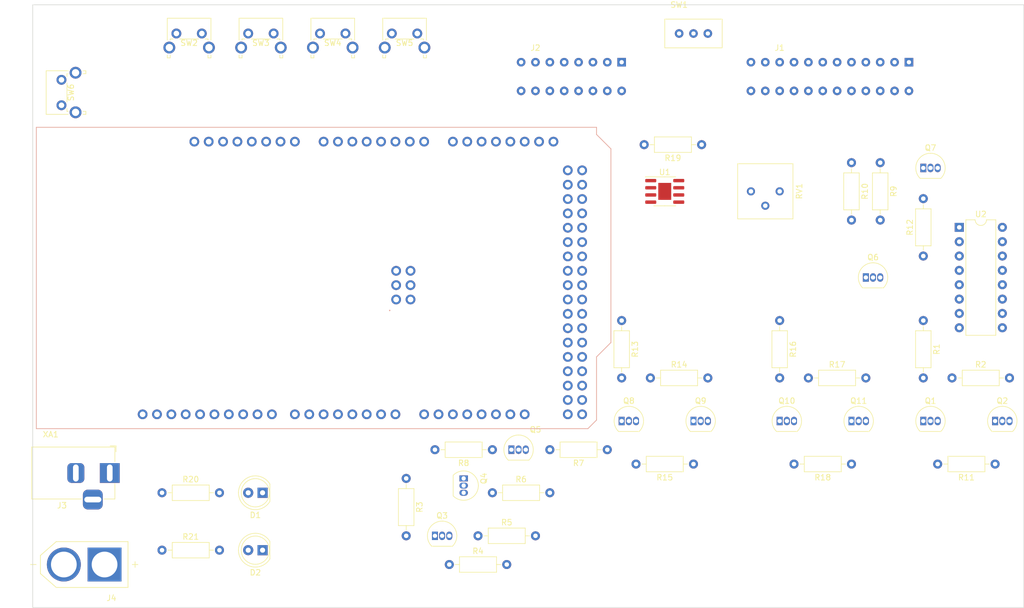
<source format=kicad_pcb>
(kicad_pcb (version 20211014) (generator pcbnew)
  (layers (0 "F.Cu" signal) (31 "B.Cu" signal) (34 "B.Paste" user) (35 "F.Paste" user) (36 "B.SilkS" user "B.Silkscreen") (37 "F.SilkS" user "F.Silkscreen") (38 "B.Mask" user) (39 "F.Mask" user) (44 "Edge.Cuts" user))
  (net 0 "")
  (net 1 "GND")
  (net 2 "/Fuel System/FUEL-GND")
  (net 6 "/MPX Transciever/MPX+")
  (net 9 "/Illumination Circuit/ILL+")
  (net 11 "/LFT-TRN")
  (net 12 "Net-(J1-Pad12)")
  (net 13 "/Illumination Circuit/ILL-GND")
  (net 15 "/Tacho Conversion/12V Out")
  (net 16 "/Speedo Conversion/SPD IN")
  (net 17 "/MPX Transciever/MPX-")
  (net 18 "/Fuel System/FUEL")
  (net 19 "Net-(J1-Pad20)")
  (net 20 "/Illumination Circuit/ILL-S")
  (net 22 "+12V")
  (net 27 "/Satellite Switch/RSEL")
  (net 28 "/Satellite Switch/LSEL")
  (net 29 "/Satellite Switch/SET")
  (net 32 "/RHT-TRN")
  (net 38 "Net-(Q1-Pad2)")
  (net 39 "Net-(Q1-Pad3)")
  (net 40 "Net-(Q3-Pad2)")
  (net 41 "Net-(Q4-Pad2)")
  (net 42 "Net-(Q4-Pad3)")
  (net 43 "Net-(Q5-Pad2)")
  (net 44 "Net-(Q5-Pad3)")
  (net 45 "/MPX-R")
  (net 46 "Net-(Q6-Pad2)")
  (net 47 "+5V")
  (net 48 "Net-(Q7-Pad2)")
  (net 49 "Net-(Q8-Pad2)")
  (net 50 "Net-(Q8-Pad3)")
  (net 51 "Net-(Q10-Pad2)")
  (net 52 "Net-(Q10-Pad3)")
  (net 53 "/Tacho")
  (net 54 "/MPX-S")
  (net 55 "Net-(R12-Pad1)")
  (net 56 "/LFT-T")
  (net 57 "/RHT-T")
  (net 58 "/CS")
  (net 59 "/MOSI")
  (net 60 "/CLK")
  (net 72 "/Speedo")
  (net 83 "Net-(D1-Pad2)")
  (net 151 "Net-(Q2-Pad2)")
  (net 152 "Net-(Q9-Pad2)")
  (net 153 "Net-(Q11-Pad2)")
  (net 156 "Net-(D2-Pad2)")
  (net 157 "Net-(SW6-Pad1)")
  (footprint "Package_TO_SOT_THT:TO-92_Inline" (layer "F.Cu") (at 137.16 134.62)
    (fp_text reference "Q3" (at 1.27 -3.56) (layer "F.SilkS"))
    (fp_text value "PN2222A")
    (pad "1" thru_hole rect (at 0 0) (size 1.05 1.5) (drill 0.75) (layers *.Cu *.Mask) (net 6 "/MPX Transciever/MPX+"))
    (pad "2" thru_hole oval (at 1.27 0) (size 1.05 1.5) (drill 0.75) (layers *.Cu *.Mask) (net 40 "Net-(Q3-Pad2)"))
    (pad "3" thru_hole oval (at 2.54 0) (size 1.05 1.5) (drill 0.75) (layers *.Cu *.Mask) (net 22 "+12V"))
  )
  (footprint "Resistor_THT:R_Axial_DIN0207_L6.3mm_D2.5mm_P10.16mm_Horizontal" (layer "F.Cu") (at 132.08 124.46 -90)
    (fp_text reference "R3" (at 5.08 -2.37 90) (layer "F.SilkS"))
    (fp_text value "10k")
    (pad "1" thru_hole circle (at 0 0 270) (size 1.6 1.6) (drill 0.8) (layers *.Cu *.Mask) (net 1 "GND"))
    (pad "2" thru_hole oval (at 10.16 0 270) (size 1.6 1.6) (drill 0.8) (layers *.Cu *.Mask) (net 6 "/MPX Transciever/MPX+"))
  )
  (footprint "Package_TO_SOT_THT:TO-92_Inline" (layer "F.Cu") (at 182.88 114.3)
    (fp_text reference "Q9" (at 1.27 -3.56) (layer "F.SilkS"))
    (fp_text value "PN2907A")
    (pad "1" thru_hole rect (at 0 0) (size 1.05 1.5) (drill 0.75) (layers *.Cu *.Mask) (net 22 "+12V"))
    (pad "2" thru_hole oval (at 1.27 0) (size 1.05 1.5) (drill 0.75) (layers *.Cu *.Mask) (net 152 "Net-(Q9-Pad2)"))
    (pad "3" thru_hole oval (at 2.54 0) (size 1.05 1.5) (drill 0.75) (layers *.Cu *.Mask) (net 11 "/LFT-TRN"))
  )
  (footprint "Potentiometer_THT:Potentiometer_Bourns_3386P_Vertical" (layer "F.Cu") (at 193.04 73.66 -90)
    (fp_text reference "RV1" (at -0.015 -8.555 90) (layer "F.SilkS"))
    (fp_text value "R_Potentiometer")
    (pad "1" thru_hole circle (at 0 0 270) (size 1.44 1.44) (drill 0.8) (layers *.Cu *.Mask) (net 9 "/Illumination Circuit/ILL+"))
    (pad "2" thru_hole circle (at 2.54 -2.54 270) (size 1.44 1.44) (drill 0.8) (layers *.Cu *.Mask) (net 20 "/Illumination Circuit/ILL-S"))
    (pad "3" thru_hole circle (at 0 -5.08 270) (size 1.44 1.44) (drill 0.8) (layers *.Cu *.Mask) (net 13 "/Illumination Circuit/ILL-GND"))
  )
  (footprint "Resistor_THT:R_Axial_DIN0207_L6.3mm_D2.5mm_P10.16mm_Horizontal" (layer "F.Cu") (at 198.12 96.52 -90)
    (fp_text reference "R16" (at 5.08 -2.37 90) (layer "F.SilkS"))
    (fp_text value "4.7k")
    (pad "1" thru_hole circle (at 0 0 270) (size 1.6 1.6) (drill 0.8) (layers *.Cu *.Mask) (net 57 "/RHT-T"))
    (pad "2" thru_hole oval (at 10.16 0 270) (size 1.6 1.6) (drill 0.8) (layers *.Cu *.Mask) (net 51 "Net-(Q10-Pad2)"))
  )
  (footprint "Resistor_THT:R_Axial_DIN0207_L6.3mm_D2.5mm_P10.16mm_Horizontal" (layer "F.Cu") (at 223.52 96.52 -90)
    (fp_text reference "R1" (at 5.08 -2.37 90) (layer "F.SilkS"))
    (fp_text value "4.7k")
    (pad "1" thru_hole circle (at 0 0 270) (size 1.6 1.6) (drill 0.8) (layers *.Cu *.Mask) (net 53 "/Tacho"))
    (pad "2" thru_hole oval (at 10.16 0 270) (size 1.6 1.6) (drill 0.8) (layers *.Cu *.Mask) (net 38 "Net-(Q1-Pad2)"))
  )
  (footprint "Resistor_THT:R_Axial_DIN0207_L6.3mm_D2.5mm_P10.16mm_Horizontal" (layer "F.Cu") (at 147.32 127)
    (fp_text reference "R6" (at 5.08 -2.37) (layer "F.SilkS"))
    (fp_text value "10k")
    (pad "1" thru_hole circle (at 0 0) (size 1.6 1.6) (drill 0.8) (layers *.Cu *.Mask) (net 41 "Net-(Q4-Pad2)"))
    (pad "2" thru_hole oval (at 10.16 0) (size 1.6 1.6) (drill 0.8) (layers *.Cu *.Mask) (net 44 "Net-(Q5-Pad3)"))
  )
  (footprint "XT60:AMASS_XT60-M" (layer "F.Cu") (at 75.14 139.7 180)
    (fp_text reference "J4" (at -4.825 -5.935) (layer "F.SilkS"))
    (fp_text value "XT60-M")
    (pad "N" thru_hole circle locked (at 3.6 0 180) (size 6 6) (drill 4.55) (layers *.Cu *.Mask) (net 1 "GND"))
    (pad "P" thru_hole rect locked (at -3.6 0 180) (size 6 6) (drill 4.55) (layers *.Cu *.Mask) (net 22 "+12V"))
  )
  (footprint "Resistor_THT:R_Axial_DIN0207_L6.3mm_D2.5mm_P10.16mm_Horizontal" (layer "F.Cu") (at 147.32 119.38 180)
    (fp_text reference "R8" (at 5.08 -2.37) (layer "F.SilkS"))
    (fp_text value "1k")
    (pad "1" thru_hole circle (at 0 0 180) (size 1.6 1.6) (drill 0.8) (layers *.Cu *.Mask) (net 43 "Net-(Q5-Pad2)"))
    (pad "2" thru_hole oval (at 10.16 0 180) (size 1.6 1.6) (drill 0.8) (layers *.Cu *.Mask) (net 54 "/MPX-S"))
  )
  (footprint "IS250 Interface Board:16Pin" (layer "F.Cu") (at 160.02 53.34)
    (fp_text reference "J2" (at -5.08 -5.08 unlocked) (layer "F.SilkS"))
    (fp_text value "16_Pin")
    (pad "1" thru_hole rect (at 10.16 -2.54) (size 1.524 1.524) (drill 0.762) (layers *.Cu *.Mask))
    (pad "2" thru_hole circle (at 7.62 -2.54) (size 1.524 1.524) (drill 0.762) (layers *.Cu *.Mask))
    (pad "3" thru_hole circle (at 5.08 -2.54) (size 1.524 1.524) (drill 0.762) (layers *.Cu *.Mask))
    (pad "4" thru_hole circle (at 2.54 -2.54) (size 1.524 1.524) (drill 0.762) (layers *.Cu *.Mask))
    (pad "5" thru_hole circle (at 0 -2.54) (size 1.524 1.524) (drill 0.762) (layers *.Cu *.Mask) (net 27 "/Satellite Switch/RSEL"))
    (pad "6" thru_hole circle (at -2.54 -2.54) (size 1.524 1.524) (drill 0.762) (layers *.Cu *.Mask) (net 28 "/Satellite Switch/LSEL"))
    (pad "7" thru_hole circle (at -5.08 -2.54) (size 1.524 1.524) (drill 0.762) (layers *.Cu *.Mask) (net 29 "/Satellite Switch/SET"))
    (pad "8" thru_hole circle (at -7.62 -2.54) (size 1.524 1.524) (drill 0.762) (layers *.Cu *.Mask))
    (pad "9" thru_hole circle (at 10.16 2.54) (size 1.524 1.524) (drill 0.762) (layers *.Cu *.Mask))
    (pad "10" thru_hole circle (at 7.62 2.54) (size 1.524 1.524) (drill 0.762) (layers *.Cu *.Mask) (net 32 "/RHT-TRN"))
    (pad "11" thru_hole circle (at 5.08 2.54) (size 1.524 1.524) (drill 0.762) (layers *.Cu *.Mask))
    (pad "12" thru_hole circle (at 2.54 2.54) (size 1.524 1.524) (drill 0.762) (layers *.Cu *.Mask))
    (pad "13" thru_hole circle (at 0 2.54) (size 1.524 1.524) (drill 0.762) (layers *.Cu *.Mask))
    (pad "14" thru_hole circle (at -2.54 2.54) (size 1.524 1.524) (drill 0.762) (layers *.Cu *.Mask))
    (pad "15" thru_hole circle (at -5.08 2.54) (size 1.524 1.524) (drill 0.762) (layers *.Cu *.Mask) (net 22 "+12V"))
    (pad "16" thru_hole circle (at -7.62 2.54) (size 1.524 1.524) (drill 0.762) (layers *.Cu *.Mask))
  )
  (footprint "Package_TO_SOT_THT:TO-92_Inline" (layer "F.Cu") (at 210.82 114.3)
    (fp_text reference "Q11" (at 1.27 -3.56) (layer "F.SilkS"))
    (fp_text value "PN2907A")
    (pad "1" thru_hole rect (at 0 0) (size 1.05 1.5) (drill 0.75) (layers *.Cu *.Mask) (net 22 "+12V"))
    (pad "2" thru_hole oval (at 1.27 0) (size 1.05 1.5) (drill 0.75) (layers *.Cu *.Mask) (net 153 "Net-(Q11-Pad2)"))
    (pad "3" thru_hole oval (at 2.54 0) (size 1.05 1.5) (drill 0.75) (layers *.Cu *.Mask) (net 32 "/RHT-TRN"))
  )
  (footprint "Button_Switch_THT:SW_Tactile_SPST_Angled_PTS645Vx58-2LFS" (layer "F.Cu") (at 91.44 45.72)
    (fp_text reference "SW2" (at 2.25 1.68) (layer "F.SilkS"))
    (fp_text value "SW_MEC_5G")
    (pad "" thru_hole circle (at 5.76 2.49) (size 2.1 2.1) (drill 1.3) (layers *.Cu *.Mask))
    (pad "" thru_hole circle (at -1.25 2.49) (size 2.1 2.1) (drill 1.3) (layers *.Cu *.Mask))
    (pad "1" thru_hole circle (at 0 0) (size 1.75 1.75) (drill 0.99) (layers *.Cu *.Mask) (net 19 "Net-(J1-Pad20)"))
    (pad "2" thru_hole circle (at 4.5 0) (size 1.75 1.75) (drill 0.99) (layers *.Cu *.Mask) (net 1 "GND"))
  )
  (footprint "Resistor_THT:R_Axial_DIN0207_L6.3mm_D2.5mm_P10.16mm_Horizontal" (layer "F.Cu") (at 175.26 106.68)
    (fp_text reference "R14" (at 5.08 -2.37) (layer "F.SilkS"))
    (fp_text value "4.7k")
    (pad "1" thru_hole circle (at 0 0) (size 1.6 1.6) (drill 0.8) (layers *.Cu *.Mask) (net 50 "Net-(Q8-Pad3)"))
    (pad "2" thru_hole oval (at 10.16 0) (size 1.6 1.6) (drill 0.8) (layers *.Cu *.Mask) (net 152 "Net-(Q9-Pad2)"))
  )
  (footprint "Package_TO_SOT_THT:TO-92_Inline" (layer "F.Cu") (at 150.68 119.38)
    (fp_text reference "Q5" (at 4.26 -3.56) (layer "F.SilkS"))
    (fp_text value "PN2222A")
    (pad "1" thru_hole rect (at 0 0) (size 1.05 1.5) (drill 0.75) (layers *.Cu *.Mask) (net 1 "GND"))
    (pad "2" thru_hole oval (at 1.27 0) (size 1.05 1.5) (drill 0.75) (layers *.Cu *.Mask) (net 43 "Net-(Q5-Pad2)"))
    (pad "3" thru_hole oval (at 2.54 0) (size 1.05 1.5) (drill 0.75) (layers *.Cu *.Mask) (net 44 "Net-(Q5-Pad3)"))
  )
  (footprint "Package_TO_SOT_THT:TO-92_Inline" (layer "F.Cu") (at 142.24 124.46 -90)
    (fp_text reference "Q4" (at 0 -3.56 90) (layer "F.SilkS"))
    (fp_text value "PN2222A")
    (pad "1" thru_hole rect (at 0 0 270) (size 1.05 1.5) (drill 0.75) (layers *.Cu *.Mask) (net 1 "GND"))
    (pad "2" thru_hole oval (at 1.27 0 270) (size 1.05 1.5) (drill 0.75) (layers *.Cu *.Mask) (net 41 "Net-(Q4-Pad2)"))
    (pad "3" thru_hole oval (at 2.54 0 270) (size 1.05 1.5) (drill 0.75) (layers *.Cu *.Mask) (net 42 "Net-(Q4-Pad3)"))
  )
  (footprint "Package_TO_SOT_THT:TO-92_Inline" (layer "F.Cu") (at 198.12 114.3)
    (fp_text reference "Q10" (at 1.27 -3.56) (layer "F.SilkS"))
    (fp_text value "PN2222A")
    (pad "1" thru_hole rect (at 0 0) (size 1.05 1.5) (drill 0.75) (layers *.Cu *.Mask) (net 1 "GND"))
    (pad "2" thru_hole oval (at 1.27 0) (size 1.05 1.5) (drill 0.75) (layers *.Cu *.Mask) (net 51 "Net-(Q10-Pad2)"))
    (pad "3" thru_hole oval (at 2.54 0) (size 1.05 1.5) (drill 0.75) (layers *.Cu *.Mask) (net 52 "Net-(Q10-Pad3)"))
  )
  (footprint "Resistor_THT:R_Axial_DIN0207_L6.3mm_D2.5mm_P10.16mm_Horizontal" (layer "F.Cu") (at 210.82 121.92 180)
    (fp_text reference "R18" (at 5.08 -2.37) (layer "F.SilkS"))
    (fp_text value "22k")
    (pad "1" thru_hole circle (at 0 0 180) (size 1.6 1.6) (drill 0.8) (layers *.Cu *.Mask) (net 22 "+12V"))
    (pad "2" thru_hole oval (at 10.16 0 180) (size 1.6 1.6) (drill 0.8) (layers *.Cu *.Mask) (net 52 "Net-(Q10-Pad3)"))
  )
  (footprint "Resistor_THT:R_Axial_DIN0207_L6.3mm_D2.5mm_P10.16mm_Horizontal" (layer "F.Cu") (at 215.9 68.58 -90)
    (fp_text reference "R9" (at 5.08 -2.37 -270) (layer "F.SilkS"))
    (fp_text value "1k")
    (pad "1" thru_hole circle (at 0 0 270) (size 1.6 1.6) (drill 0.8) (layers *.Cu *.Mask) (net 17 "/MPX Transciever/MPX-"))
    (pad "2" thru_hole oval (at 10.16 0 270) (size 1.6 1.6) (drill 0.8) (layers *.Cu *.Mask) (net 46 "Net-(Q6-Pad2)"))
  )
  (footprint "Resistor_THT:R_Axial_DIN0207_L6.3mm_D2.5mm_P10.16mm_Horizontal" (layer "F.Cu") (at 167.64 119.38 180)
    (fp_text reference "R7" (at 5.08 -2.37) (layer "F.SilkS"))
    (fp_text value "10k")
    (pad "1" thru_hole circle (at 0 0 180) (size 1.6 1.6) (drill 0.8) (layers *.Cu *.Mask) (net 47 "+5V"))
    (pad "2" thru_hole oval (at 10.16 0 180) (size 1.6 1.6) (drill 0.8) (layers *.Cu *.Mask) (net 44 "Net-(Q5-Pad3)"))
  )
  (footprint "Resistor_THT:R_Axial_DIN0207_L6.3mm_D2.5mm_P10.16mm_Horizontal" (layer "F.Cu") (at 184.32 65.395 180)
    (fp_text reference "R19" (at 5.08 -2.37) (layer "F.SilkS"))
    (fp_text value "100")
    (pad "1" thru_hole circle (at 0 0 180) (size 1.6 1.6) (drill 0.8) (layers *.Cu *.Mask) (net 2 "/Fuel System/FUEL-GND"))
    (pad "2" thru_hole oval (at 10.16 0 180) (size 1.6 1.6) (drill 0.8) (layers *.Cu *.Mask) (net 18 "/Fuel System/FUEL"))
  )
  (footprint "Button_Switch_THT:SW_Tactile_SPST_Angled_PTS645Vx58-2LFS" (layer "F.Cu") (at 71.12 58.42 90)
    (fp_text reference "SW6" (at 2.25 1.68 90) (layer "F.SilkS"))
    (fp_text value "SW_MEC_5G")
    (pad "" thru_hole circle (at -1.25 2.49 90) (size 2.1 2.1) (drill 1.3) (layers *.Cu *.Mask))
    (pad "" thru_hole circle (at 5.76 2.49 90) (size 2.1 2.1) (drill 1.3) (layers *.Cu *.Mask))
    (pad "1" thru_hole circle (at 0 0 90) (size 1.75 1.75) (drill 0.99) (layers *.Cu *.Mask) (net 157 "Net-(SW6-Pad1)"))
    (pad "2" thru_hole circle (at 4.5 0 90) (size 1.75 1.75) (drill 0.99) (layers *.Cu *.Mask) (net 1 "GND"))
  )
  (footprint "Resistor_THT:R_Axial_DIN0207_L6.3mm_D2.5mm_P10.16mm_Horizontal" (layer "F.Cu") (at 236.22 121.92 180)
    (fp_text reference "R11" (at 5.08 -2.37) (layer "F.SilkS"))
    (fp_text value "22k")
    (pad "1" thru_hole circle (at 0 0 180) (size 1.6 1.6) (drill 0.8) (layers *.Cu *.Mask) (net 22 "+12V"))
    (pad "2" thru_hole oval (at 10.16 0 180) (size 1.6 1.6) (drill 0.8) (layers *.Cu *.Mask) (net 39 "Net-(Q1-Pad3)"))
  )
  (footprint "Package_SO:SOIC-8-1EP_3.9x4.9mm_P1.27mm_EP2.29x3mm" (layer "F.Cu") (at 177.8 73.66)
    (fp_text reference "U1" (at 0 -3.4) (layer "F.SilkS"))
    (fp_text value "AD8400ARZ1")
    (pad "1" smd roundrect (at -2.475 -1.905) (size 1.95 0.6) (layers "F.Cu" "F.Paste" "F.Mask") (net 18 "/Fuel System/FUEL"))
    (pad "2" smd roundrect (at -2.475 -0.635) (size 1.95 0.6) (layers "F.Cu" "F.Paste" "F.Mask") (net 1 "GND"))
    (pad "3" smd roundrect (at -2.475 0.635) (size 1.95 0.6) (layers "F.Cu" "F.Paste" "F.Mask") (net 58 "/CS"))
    (pad "4" smd roundrect (at -2.475 1.905) (size 1.95 0.6) (layers "F.Cu" "F.Paste" "F.Mask") (net 59 "/MOSI"))
    (pad "5" smd roundrect (at 2.475 1.905) (size 1.95 0.6) (layers "F.Cu" "F.Paste" "F.Mask") (net 60 "/CLK"))
    (pad "6" smd roundrect (at 2.475 0.635) (size 1.95 0.6) (layers "F.Cu" "F.Paste" "F.Mask") (net 47 "+5V"))
    (pad "7" smd roundrect (at 2.475 -0.635) (size 1.95 0.6) (layers "F.Cu" "F.Paste" "F.Mask") (net 2 "/Fuel System/FUEL-GND"))
    (pad "8" smd roundrect (at 2.475 -1.905) (size 1.95 0.6) (layers "F.Cu" "F.Paste" "F.Mask"))
    (pad "9" smd rect (at 0 0) (size 2.29 3) (layers "F.Cu" "F.Mask"))
  )
  (footprint "Resistor_THT:R_Axial_DIN0207_L6.3mm_D2.5mm_P10.16mm_Horizontal" (layer "F.Cu") (at 182.88 121.92 180)
    (fp_text reference "R15" (at 5.08 -2.37) (layer "F.SilkS"))
    (fp_text value "22k")
    (pad "1" thru_hole circle (at 0 0 180) (size 1.6 1.6) (drill 0.8) (layers *.Cu *.Mask) (net 22 "+12V"))
    (pad "2" thru_hole oval (at 10.16 0 180) (size 1.6 1.6) (drill 0.8) (layers *.Cu *.Mask) (net 50 "Net-(Q8-Pad3)"))
  )
  (footprint "Button_Switch_THT:SW_Tactile_SPST_Angled_PTS645Vx58-2LFS" (layer "F.Cu") (at 129.54 45.72)
    (fp_text reference "SW5" (at 2.25 1.68) (layer "F.SilkS"))
    (fp_text value "SW_MEC_5G")
    (pad "" thru_hole circle (at -1.25 2.49) (size 2.1 2.1) (drill 1.3) (layers *.Cu *.Mask))
    (pad "" thru_hole circle (at 5.76 2.49) (size 2.1 2.1) (drill 1.3) (layers *.Cu *.Mask))
    (pad "1" thru_hole circle (at 0 0) (size 1.75 1.75) (drill 0.99) (layers *.Cu *.Mask) (net 1 "GND"))
    (pad "2" thru_hole circle (at 4.5 0) (size 1.75 1.75) (drill 0.99) (layers *.Cu *.Mask) (net 28 "/Satellite Switch/LSEL"))
  )
  (footprint "Resistor_THT:R_Axial_DIN0207_L6.3mm_D2.5mm_P10.16mm_Horizontal" (layer "F.Cu") (at 228.6 106.68)
    (fp_text reference "R2" (at 5.08 -2.37) (layer "F.SilkS"))
    (fp_text value "4.7k")
    (pad "1" thru_hole circle (at 0 0) (size 1.6 1.6) (drill 0.8) (layers *.Cu *.Mask) (net 39 "Net-(Q1-Pad3)"))
    (pad "2" thru_hole oval (at 10.16 0) (size 1.6 1.6) (drill 0.8) (layers *.Cu *.Mask) (net 151 "Net-(Q2-Pad2)"))
  )
  (footprint "Resistor_THT:R_Axial_DIN0207_L6.3mm_D2.5mm_P10.16mm_Horizontal" (layer "F.Cu") (at 88.9 127)
    (fp_text reference "R20" (at 5.08 -2.37) (layer "F.SilkS"))
    (fp_text value "2k")
    (pad "1" thru_hole circle (at 0 0) (size 1.6 1.6) (drill 0.8) (layers *.Cu *.Mask) (net 22 "+12V"))
    (pad "2" thru_hole oval (at 10.16 0) (size 1.6 1.6) (drill 0.8) (layers *.Cu *.Mask) (net 83 "Net-(D1-Pad2)"))
  )
  (footprint "LED_THT:LED_D5.0mm" (layer "F.Cu") (at 106.68 137.16 180)
    (fp_text reference "D2" (at 1.27 -3.96) (layer "F.SilkS"))
    (fp_text value "LED")
    (pad "1" thru_hole rect (at 0 0 180) (size 1.8 1.8) (drill 0.9) (layers *.Cu *.Mask) (net 1 "GND"))
    (pad "2" thru_hole circle (at 2.54 0 180) (size 1.8 1.8) (drill 0.9) (layers *.Cu *.Mask) (net 156 "Net-(D2-Pad2)"))
  )
  (footprint "IS250 Interface Board:JaycarSlideSwitch" (layer "F.Cu") (at 182.88 45.72)
    (fp_text reference "SW1" (at -2.54 -5.08 unlocked) (layer "F.SilkS"))
    (fp_text value "SW_SPST")
    (pad "1" thru_hole circle (at -2.54 0) (size 1.524 1.524) (drill 0.762) (layers *.Cu *.Mask) (net 12 "Net-(J1-Pad12)"))
    (pad "2" thru_hole circle (at 0 0) (size 1.524 1.524) (drill 0.762) (layers *.Cu *.Mask) (net 22 "+12V"))
    (pad "3" thru_hole circle (at 2.54 0) (size 1.524 1.524) (drill 0.762) (layers *.Cu *.Mask))
  )
  (footprint "Connector_BarrelJack:BarrelJack_Horizontal" (layer "F.Cu") (at 79.66 123.5025)
    (fp_text reference "J3" (at -8.45 5.75) (layer "F.SilkS"))
    (fp_text value "Barrel_Jack")
    (pad "1" thru_hole rect (at 0 0) (size 3.5 3.5) (drill oval 1 3) (layers *.Cu *.Mask) (net 22 "+12V"))
    (pad "2" thru_hole roundrect (at -6 0) (size 3 3.5) (drill oval 1 3) (layers *.Cu *.Mask) (net 1 "GND"))
    (pad "3" thru_hole roundrect (at -3 4.7) (size 3.5 3.5) (drill oval 3 1) (layers *.Cu *.Mask))
  )
  (footprint "Resistor_THT:R_Axial_DIN0207_L6.3mm_D2.5mm_P10.16mm_Horizontal" (layer "F.Cu") (at 139.7 139.7)
    (fp_text reference "R4" (at 5.08 -2.37) (layer "F.SilkS"))
    (fp_text value "1k")
    (pad "1" thru_hole circle (at 0 0) (size 1.6 1.6) (drill 0.8) (layers *.Cu *.Mask) (net 40 "Net-(Q3-Pad2)"))
    (pad "2" thru_hole oval (at 10.16 0) (size 1.6 1.6) (drill 0.8) (layers *.Cu *.Mask) (net 42 "Net-(Q4-Pad3)"))
  )
  (footprint "LED_THT:LED_D5.0mm" (layer "F.Cu") (at 106.68 127 180)
    (fp_text reference "D1" (at 1.27 -3.96) (layer "F.SilkS"))
    (fp_text value "LED")
    (pad "1" thru_hole rect (at 0 0 180) (size 1.8 1.8) (drill 0.9) (layers *.Cu *.Mask) (net 1 "GND"))
    (pad "2" thru_hole circle (at 2.54 0 180) (size 1.8 1.8) (drill 0.9) (layers *.Cu *.Mask) (net 83 "Net-(D1-Pad2)"))
  )
  (footprint "Resistor_THT:R_Axial_DIN0207_L6.3mm_D2.5mm_P10.16mm_Horizontal" (layer "F.Cu") (at 223.52 85.105 90)
    (fp_text reference "R12" (at 5.08 -2.37 90) (layer "F.SilkS"))
    (fp_text value "4.7k")
    (pad "1" thru_hole circle (at 0 0 90) (size 1.6 1.6) (drill 0.8) (layers *.Cu *.Mask) (net 55 "Net-(R12-Pad1)"))
    (pad "2" thru_hole oval (at 10.16 0 90) (size 1.6 1.6) (drill 0.8) (layers *.Cu *.Mask) (net 48 "Net-(Q7-Pad2)"))
  )
  (footprint "Package_DIP:DIP-16_W7.62mm" (layer "F.Cu") (at 229.88 80.025)
    (fp_text reference "U2" (at 3.81 -2.33) (layer "F.SilkS"))
    (fp_text value "4017")
    (pad "1" thru_hole rect (at 0 0) (size 1.6 1.6) (drill 0.8) (layers *.Cu *.Mask))
    (pad "2" thru_hole oval (at 0 2.54) (size 1.6 1.6) (drill 0.8) (layers *.Cu *.Mask))
    (pad "3" thru_hole oval (at 0 5.08) (size 1.6 1.6) (drill 0.8) (layers *.Cu *.Mask) (net 55 "Net-(R12-Pad1)"))
    (pad "4" thru_hole oval (at 0 7.62) (size 1.6 1.6) (drill 0.8) (layers *.Cu *.Mask))
    (pad "5" thru_hole oval (at 0 10.16) (size 1.6 1.6) (drill 0.8) (layers *.Cu *.Mask))
    (pad "6" thru_hole oval (at 0 12.7) (size 1.6 1.6) (drill 0.8) (layers *.Cu *.Mask))
    (pad "7" thru_hole oval (at 0 15.24) (size 1.6 1.6) (drill 0.8) (layers *.Cu *.Mask))
    (pad "8" thru_hole oval (at 0 17.78) (size 1.6 1.6) (drill 0.8) (layers *.Cu *.Mask) (net 1 "GND"))
    (pad "9" thru_hole oval (at 7.62 17.78) (size 1.6 1.6) (drill 0.8) (layers *.Cu *.Mask))
    (pad "10" thru_hole oval (at 7.62 15.24) (size 1.6 1.6) (drill 0.8) (layers *.Cu *.Mask))
    (pad "11" thru_hole oval (at 7.62 12.7) (size 1.6 1.6) (drill 0.8) (layers *.Cu *.Mask))
    (pad "12" thru_hole oval (at 7.62 10.16) (size 1.6 1.6) (drill 0.8) (layers *.Cu *.Mask))
    (pad "13" thru_hole oval (at 7.62 7.62) (size 1.6 1.6) (drill 0.8) (layers *.Cu *.Mask) (net 1 "GND"))
    (pad "14" thru_hole oval (at 7.62 5.08) (size 1.6 1.6) (drill 0.8) (layers *.Cu *.Mask) (net 72 "/Speedo"))
    (pad "15" thru_hole oval (at 7.62 2.54) (size 1.6 1.6) (drill 0.8) (layers *.Cu *.Mask) (net 1 "GND"))
    (pad "16" thru_hole oval (at 7.62 0) (size 1.6 1.6) (drill 0.8) (layers *.Cu *.Mask) (net 47 "+5V"))
  )
  (footprint "Button_Switch_THT:SW_Tactile_SPST_Angled_PTS645Vx58-2LFS" (layer "F.Cu") (at 116.84 45.72)
    (fp_text reference "SW4" (at 2.25 1.68) (layer "F.SilkS"))
    (fp_text value "SW_MEC_5G")
    (pad "" thru_hole circle (at -1.25 2.49) (size 2.1 2.1) (drill 1.3) (layers *.Cu *.Mask))
    (pad "" thru_hole circle (at 5.76 2.49) (size 2.1 2.1) (drill 1.3) (layers *.Cu *.Mask))
    (pad "1" thru_hole circle (at 0 0) (size 1.75 1.75) (drill 0.99) (layers *.Cu *.Mask) (net 1 "GND"))
    (pad "2" thru_hole circle (at 4.5 0) (size 1.75 1.75) (drill 0.99) (layers *.Cu *.Mask) (net 29 "/Satellite Switch/SET"))
  )
  (footprint "Resistor_THT:R_Axial_DIN0207_L6.3mm_D2.5mm_P10.16mm_Horizontal" (layer "F.Cu") (at 170.18 96.52 -90)
    (fp_text reference "R13" (at 5.08 -2.37 90) (layer "F.SilkS"))
    (fp_text value "4.7k")
    (pad "1" thru_hole circle (at 0 0 270) (size 1.6 1.6) (drill 0.8) (layers *.Cu *.Mask) (net 56 "/LFT-T"))
    (pad "2" thru_hole oval (at 10.16 0 270) (size 1.6 1.6) (drill 0.8) (layers *.Cu *.Mask) (net 49 "Net-(Q8-Pad2)"))
  )
  (footprint "Package_TO_SOT_THT:TO-92_Inline" (layer "F.Cu") (at 223.52 69.515)
    (fp_text reference "Q7" (at 1.27 -3.56) (layer "F.SilkS"))
    (fp_text value "PN2222A")
    (pad "1" thru_hole rect (at 0 0) (size 1.05 1.5) (drill 0.75) (layers *.Cu *.Mask) (net 1 "GND"))
    (pad "2" thru_hole oval (at 1.27 0) (size 1.05 1.5) (drill 0.75) (layers *.Cu *.Mask) (net 48 "Net-(Q7-Pad2)"))
    (pad "3" thru_hole oval (at 2.54 0) (size 1.05 1.5) (drill 0.75) (layers *.Cu *.Mask) (net 16 "/Speedo Conversion/SPD IN"))
  )
  (footprint "Resistor_THT:R_Axial_DIN0207_L6.3mm_D2.5mm_P10.16mm_Horizontal" (layer "F.Cu") (at 203.2 106.68)
    (fp_text reference "R17" (at 5.08 -2.37) (layer "F.SilkS"))
    (fp_text value "4.7k")
    (pad "1" thru_hole circle (at 0 0) (size 1.6 1.6) (drill 0.8) (layers *.Cu *.Mask) (net 52 "Net-(Q10-Pad3)"))
    (pad "2" thru_hole oval (at 10.16 0) (size 1.6 1.6) (drill 0.8) (layers *.Cu *.Mask) (net 153 "Net-(Q11-Pad2)"))
  )
  (footprint "Package_TO_SOT_THT:TO-92_Inline" (layer "F.Cu") (at 213.36 88.9)
    (fp_text reference "Q6" (at 1.27 -3.56) (layer "F.SilkS"))
    (fp_text value "PN2222A")
    (pad "1" thru_hole rect (at 0 0) (size 1.05 1.5) (drill 0.75) (layers *.Cu *.Mask) (net 45 "/MPX-R"))
    (pad "2" thru_hole oval (at 1.27 0) (size 1.05 1.5) (drill 0.75) (layers *.Cu *.Mask) (net 46 "Net-(Q6-Pad2)"))
    (pad "3" thru_hole oval (at 2.54 0) (size 1.05 1.5) (drill 0.75) (layers *.Cu *.Mask) (net 47 "+5V"))
  )
  (footprint "Package_TO_SOT_THT:TO-92_Inline" (layer "F.Cu") (at 223.52 114.3)
    (fp_text reference "Q1" (at 1.27 -3.56) (layer "F.SilkS"))
    (fp_text value "PN2222A")
    (pad "1" thru_hole rect (at 0 0) (size 1.05 1.5) (drill 0.75) (layers *.Cu *.Mask) (net 1 "GND"))
    (pad "2" thru_hole oval (at 1.27 0) (size 1.05 1.5) (drill 0.75) (layers *.Cu *.Mask) (net 38 "Net-(Q1-Pad2)"))
    (pad "3" thru_hole oval (at 2.54 0) (size 1.05 1.5) (drill 0.75) (layers *.Cu *.Mask) (net 39 "Net-(Q1-Pad3)"))
  )
  (footprint "Resistor_THT:R_Axial_DIN0207_L6.3mm_D2.5mm_P10.16mm_Horizontal" (layer "F.Cu") (at 210.82 68.58 -90)
    (fp_text reference "R10" (at 5.08 -2.37 90) (layer "F.SilkS"))
    (fp_text value "1k")
    (pad "1" thru_hole circle (at 0 0 270) (size 1.6 1.6) (drill 0.8) (layers *.Cu *.Mask) (net 1 "GND"))
    (pad "2" thru_hole oval (at 10.16 0 270) (size 1.6 1.6) (drill 0.8) (layers *.Cu *.Mask) (net 45 "/MPX-R"))
  )
  (footprint "Button_Switch_THT:SW_Tactile_SPST_Angled_PTS645Vx58-2LFS" (layer "F.Cu") (at 104.14 45.72)
    (fp_text reference "SW3" (at 2.25 1.68) (layer "F.SilkS"))
    (fp_text value "SW_MEC_5G")
    (pad "" thru_hole circle (at -1.25 2.49) (size 2.1 2.1) (drill 1.3) (layers *.Cu *.Mask))
    (pad "" thru_hole circle (at 5.76 2.49) (size 2.1 2.1) (drill 1.3) (layers *.Cu *.Mask))
    (pad "1" thru_hole circle (at 0 0) (size 1.75 1.75) (drill 0.99) (layers *.Cu *.Mask) (net 1 "GND"))
    (pad "2" thru_hole circle (at 4.5 0) (size 1.75 1.75) (drill 0.99) (layers *.Cu *.Mask) (net 27 "/Satellite Switch/RSEL"))
  )
  (footprint "Package_TO_SOT_THT:TO-92_Inline" (layer "F.Cu") (at 170.18 114.3)
    (fp_text reference "Q8" (at 1.27 -3.56) (layer "F.SilkS"))
    (fp_text value "PN2222A")
    (pad "1" thru_hole rect (at 0 0) (size 1.05 1.5) (drill 0.75) (layers *.Cu *.Mask) (net 1 "GND"))
    (pad "2" thru_hole oval (at 1.27 0) (size 1.05 1.5) (drill 0.75) (layers *.Cu *.Mask) (net 49 "Net-(Q8-Pad2)"))
    (pad "3" thru_hole oval (at 2.54 0) (size 1.05 1.5) (drill 0.75) (layers *.Cu *.Mask) (net 50 "Net-(Q8-Pad3)"))
  )
  (footprint "Package_TO_SOT_THT:TO-92_Inline" (layer "F.Cu") (at 236.22 114.3)
    (fp_text reference "Q2" (at 1.27 -3.56) (layer "F.SilkS"))
    (fp_text value "PN2907A")
    (pad "1" thru_hole rect (at 0 0) (size 1.05 1.5) (drill 0.75) (layers *.Cu *.Mask) (net 22 "+12V"))
    (pad "2" thru_hole oval (at 1.27 0) (size 1.05 1.5) (drill 0.75) (layers *.Cu *.Mask) (net 151 "Net-(Q2-Pad2)"))
    (pad "3" thru_hole oval (at 2.54 0) (size 1.05 1.5) (drill 0.75) (layers *.Cu *.Mask) (net 15 "/Tacho Conversion/12V Out"))
  )
  (footprint "IS250 Interface Board:24Pin" (layer "F.Cu") (at 205.74 53.34)
    (fp_text reference "J1" (at -7.62 -5.08 unlocked) (layer "F.SilkS"))
    (fp_text value "24_Pin_Reorg")
    (pad "1" thru_hole rect (at 15.24 -2.54) (size 1.524 1.524) (drill 0.762) (layers *.Cu *.Mask) (net 1 "GND"))
    (pad "2" thru_hole circle (at 12.7 -2.54) (size 1.524 1.524) (drill 0.762) (layers *.Cu *.Mask) (net 2 "/Fuel System/FUEL-GND"))
    (pad "3" thru_hole circle (at 10.16 -2.54) (size 1.524 1.524) (drill 0.762) (layers *.Cu *.Mask))
    (pad "4" thru_hole circle (at 7.62 -2.54) (size 1.524 1.524) (drill 0.762) (layers *.Cu *.Mask))
    (pad "5" thru_hole circle (at 5.08 -2.54) (size 1.524 1.524) (drill 0.762) (layers *.Cu *.Mask))
    (pad "6" thru_hole circle (at 2.54 -2.54) (size 1.524 1.524) (drill 0.762) (layers *.Cu *.Mask) (net 6 "/MPX Transciever/MPX+"))
    (pad "7" thru_hole circle (at 0 -2.54) (size 1.524 1.524) (drill 0.762) (layers *.Cu *.Mask))
    (pad "8" thru_hole circle (at -2.54 -2.54) (size 1.524 1.524) (drill 0.762) (layers *.Cu *.Mask))
    (pad "9" thru_hole circle (at -5.08 -2.54) (size 1.524 1.524) (drill 0.762) (layers *.Cu *.Mask) (net 9 "/Illumination Circuit/ILL+"))
    (pad "10" thru_hole circle (at -7.62 -2.54) (size 1.524 1.524) (drill 0.762) (layers *.Cu *.Mask))
    (pad "11" thru_hole circle (at -10.16 -2.54) (size 1.524 1.524) (drill 0.762) (layers *.Cu *.Mask) (net 11 "/LFT-TRN"))
    (pad "12" thru_hole circle (at -12.7 -2.54) (size 1.524 1.524) (drill 0.762) (layers *.Cu *.Mask) (net 12 "Net-(J1-Pad12)"))
    (pad "13" thru_hole circle (at 15.24 2.54) (size 1.524 1.524) (drill 0.762) (layers *.Cu *.Mask) (net 1 "GND"))
    (pad "14" thru_hole circle (at 12.7 2.54) (size 1.524 1.524) (drill 0.762) (layers *.Cu *.Mask) (net 13 "/Illumination Circuit/ILL-GND"))
    (pad "15" thru_hole circle (at 10.16 2.54) (size 1.524 1.524) (drill 0.762) (layers *.Cu *.Mask))
    (pad "16" thru_hole circle (at 7.62 2.54) (size 1.524 1.524) (drill 0.762) (layers *.Cu *.Mask) (net 15 "/Tacho Conversion/12V Out"))
    (pad "17" thru_hole circle (at 5.08 2.54) (size 1.524 1.524) (drill 0.762) (layers *.Cu *.Mask) (net 16 "/Speedo Conversion/SPD IN"))
    (pad "18" thru_hole circle (at 2.54 2.54) (size 1.524 1.524) (drill 0.762) (layers *.Cu *.Mask) (net 17 "/MPX Transciever/MPX-"))
    (pad "19" thru_hole circle (at 0 2.54) (size 1.524 1.524) (drill 0.762) (layers *.Cu *.Mask) (net 18 "/Fuel System/FUEL"))
    (pad "20" thru_hole circle (at -2.54 2.54) (size 1.524 1.524) (drill 0.762) (layers *.Cu *.Mask) (net 19 "Net-(J1-Pad20)"))
    (pad "21" thru_hole circle (at -5.08 2.54) (size 1.524 1.524) (drill 0.762) (layers *.Cu *.Mask) (net 20 "/Illumination Circuit/ILL-S"))
    (pad "22" thru_hole circle (at -7.62 2.54) (size 1.524 1.524) (drill 0.762) (layers *.Cu *.Mask))
    (pad "23" thru_hole circle (at -10.16 2.54) (size 1.524 1.524) (drill 0.762) (layers *.Cu *.Mask) (net 22 "+12V"))
    (pad "24" thru_hole circle (at -12.7 2.54) (size 1.524 1.524) (drill 0.762) (layers *.Cu *.Mask) (net 22 "+12V"))
  )
  (footprint "Resistor_THT:R_Axial_DIN0207_L6.3mm_D2.5mm_P10.16mm_Horizontal" (layer "F.Cu") (at 144.78 134.62)
    (fp_text reference "R5" (at 5.08 -2.37) (layer "F.SilkS"))
    (fp_text value "1k")
    (pad "1" thru_hole circle (at 0 0) (size 1.6 1.6) (drill 0.8) (layers *.Cu *.Mask) (net 22 "+12V"))
    (pad "2" thru_hole oval (at 10.16 0) (size 1.6 1.6) (drill 0.8) (layers *.Cu *.Mask) (net 42 "Net-(Q4-Pad3)"))
  )
  (footprint "Resistor_THT:R_Axial_DIN0207_L6.3mm_D2.5mm_P10.16mm_Horizontal" (layer "F.Cu") (at 88.9 137.16)
    (fp_text reference "R21" (at 5.08 -2.37) (layer "F.SilkS"))
    (fp_text value "1k")
    (pad "1" thru_hole circle (at 0 0) (size 1.6 1.6) (drill 0.8) (layers *.Cu *.Mask) (net 47 "+5V"))
    (pad "2" thru_hole oval (at 10.16 0) (size 1.6 1.6) (drill 0.8) (layers *.Cu *.Mask) (net 156 "Net-(D2-Pad2)"))
  )
  (footprint "Arduino:Arduino_Mega2560_Shield" (layer "B.Cu") (at 66.675 62.3175)
    (fp_text reference "XA1" (at 2.54 54.356) (layer "F.SilkS"))
    (fp_text value "Arduino_Mega2560_Shield")
    (fp_text user "." (at 62.484 32.004) (layer "B.SilkS") (effects (justify mirror)))
    (pad "" thru_hole oval locked (at 27.94 2.54) (size 1.7272 1.7272) (drill 1.016) (layers *.Cu *.Mask))
    (pad "" np_thru_hole circle locked (at 15.24 50.8) (size 3.2 3.2) (drill 3.2) (layers *.Cu *.Mask))
    (pad "" np_thru_hole circle locked (at 90.17 50.8) (size 3.2 3.2) (drill 3.2) (layers *.Cu *.Mask))
    (pad "" np_thru_hole circle locked (at 96.52 2.54) (size 3.2 3.2) (drill 3.2) (layers *.Cu *.Mask))
    (pad "" np_thru_hole circle locked (at 66.04 35.56) (size 3.2 3.2) (drill 3.2) (layers *.Cu *.Mask))
    (pad "" np_thru_hole circle locked (at 66.04 7.62) (size 3.2 3.2) (drill 3.2) (layers *.Cu *.Mask))
    (pad "" np_thru_hole circle locked (at 13.97 2.54) (size 3.2 3.2) (drill 3.2) (layers *.Cu *.Mask))
    (pad "3V3" thru_hole oval locked (at 35.56 2.54) (size 1.7272 1.7272) (drill 1.016) (layers *.Cu *.Mask))
    (pad "5V1" thru_hole oval locked (at 38.1 2.54) (size 1.7272 1.7272) (drill 1.016) (layers *.Cu *.Mask) (net 47 "+5V"))
    (pad "5V2" thru_hole oval locked (at 66.167 30.48) (size 1.7272 1.7272) (drill 1.016) (layers *.Cu *.Mask))
    (pad "5V3" thru_hole oval locked (at 93.98 50.8) (size 1.7272 1.7272) (drill 1.016) (layers *.Cu *.Mask))
    (pad "5V4" thru_hole oval locked (at 96.52 50.8) (size 1.7272 1.7272) (drill 1.016) (layers *.Cu *.Mask))
    (pad "A0" thru_hole oval locked (at 50.8 2.54) (size 1.7272 1.7272) (drill 1.016) (layers *.Cu *.Mask))
    (pad "A1" thru_hole oval locked (at 53.34 2.54) (size 1.7272 1.7272) (drill 1.016) (layers *.Cu *.Mask))
    (pad "A2" thru_hole oval locked (at 55.88 2.54) (size 1.7272 1.7272) (drill 1.016) (layers *.Cu *.Mask))
    (pad "A3" thru_hole oval locked (at 58.42 2.54) (size 1.7272 1.7272) (drill 1.016) (layers *.Cu *.Mask))
    (pad "A4" thru_hole oval locked (at 60.96 2.54) (size 1.7272 1.7272) (drill 1.016) (layers *.Cu *.Mask))
    (pad "A5" thru_hole oval locked (at 63.5 2.54) (size 1.7272 1.7272) (drill 1.016) (layers *.Cu *.Mask))
    (pad "A6" thru_hole oval locked (at 66.04 2.54) (size 1.7272 1.7272) (drill 1.016) (layers *.Cu *.Mask))
    (pad "A7" thru_hole oval locked (at 68.58 2.54) (size 1.7272 1.7272) (drill 1.016) (layers *.Cu *.Mask))
    (pad "A8" thru_hole oval locked (at 73.66 2.54) (size 1.7272 1.7272) (drill 1.016) (layers *.Cu *.Mask))
    (pad "A9" thru_hole oval locked (at 76.2 2.54) (size 1.7272 1.7272) (drill 1.016) (layers *.Cu *.Mask))
    (pad "A10" thru_hole oval locked (at 78.74 2.54) (size 1.7272 1.7272) (drill 1.016) (layers *.Cu *.Mask))
    (pad "A11" thru_hole oval locked (at 81.28 2.54) (size 1.7272 1.7272) (drill 1.016) (layers *.Cu *.Mask))
    (pad "A12" thru_hole oval locked (at 83.82 2.54) (size 1.7272 1.7272) (drill 1.016) (layers *.Cu *.Mask))
    (pad "A13" thru_hole oval locked (at 86.36 2.54) (size 1.7272 1.7272) (drill 1.016) (layers *.Cu *.Mask))
    (pad "A14" thru_hole oval locked (at 88.9 2.54) (size 1.7272 1.7272) (drill 1.016) (layers *.Cu *.Mask))
    (pad "A15" thru_hole oval locked (at 91.44 2.54) (size 1.7272 1.7272) (drill 1.016) (layers *.Cu *.Mask))
    (pad "AREF" thru_hole oval locked (at 23.876 50.8) (size 1.7272 1.7272) (drill 1.016) (layers *.Cu *.Mask))
    (pad "D0" thru_hole oval locked (at 63.5 50.8) (size 1.7272 1.7272) (drill 1.016) (layers *.Cu *.Mask))
    (pad "D1" thru_hole oval locked (at 60.96 50.8) (size 1.7272 1.7272) (drill 1.016) (layers *.Cu *.Mask))
    (pad "D2" thru_hole oval locked (at 58.42 50.8) (size 1.7272 1.7272) (drill 1.016) (layers *.Cu *.Mask))
    (pad "D3" thru_hole oval locked (at 55.88 50.8) (size 1.7272 1.7272) (drill 1.016) (layers *.Cu *.Mask))
    (pad "D4" thru_hole oval locked (at 53.34 50.8) (size 1.7272 1.7272) (drill 1.016) (layers *.Cu *.Mask))
    (pad "D5" thru_hole oval locked (at 50.8 50.8) (size 1.7272 1.7272) (drill 1.016) (layers *.Cu *.Mask))
    (pad "D6" thru_hole oval locked (at 48.26 50.8) (size 1.7272 1.7272) (drill 1.016) (layers *.Cu *.Mask))
    (pad "D7" thru_hole oval locked (at 45.72 50.8) (size 1.7272 1.7272) (drill 1.016) (layers *.Cu *.Mask))
    (pad "D8" thru_hole oval locked (at 41.656 50.8) (size 1.7272 1.7272) (drill 1.016) (layers *.Cu *.Mask))
    (pad "D9" thru_hole oval locked (at 39.116 50.8) (size 1.7272 1.7272) (drill 1.016) (layers *.Cu *.Mask))
    (pad "D10" thru_hole oval locked (at 36.576 50.8) (size 1.7272 1.7272) (drill 1.016) (layers *.Cu *.Mask))
    (pad "D11" thru_hole oval locked (at 34.036 50.8) (size 1.7272 1.7272) (drill 1.016) (layers *.Cu *.Mask))
    (pad "D12" thru_hole oval locked (at 31.496 50.8) (size 1.7272 1.7272) (drill 1.016) (layers *.Cu *.Mask))
    (pad "D13" thru_hole oval locked (at 28.956 50.8) (size 1.7272 1.7272) (drill 1.016) (layers *.Cu *.Mask))
    (pad "D14" thru_hole oval locked (at 68.58 50.8) (size 1.7272 1.7272) (drill 1.016) (layers *.Cu *.Mask))
    (pad "D15" thru_hole oval locked (at 71.12 50.8) (size 1.7272 1.7272) (drill 1.016) (layers *.Cu *.Mask))
    (pad "D16" thru_hole oval locked (at 73.66 50.8) (size 1.7272 1.7272) (drill 1.016) (layers *.Cu *.Mask))
    (pad "D17" thru_hole oval locked (at 76.2 50.8) (size 1.7272 1.7272) (drill 1.016) (layers *.Cu *.Mask))
    (pad "D18" thru_hole oval locked (at 78.74 50.8) (size 1.7272 1.7272) (drill 1.016) (layers *.Cu *.Mask))
    (pad "D19" thru_hole oval locked (at 81.28 50.8) (size 1.7272 1.7272) (drill 1.016) (layers *.Cu *.Mask))
    (pad "D20" thru_hole oval locked (at 83.82 50.8) (size 1.7272 1.7272) (drill 1.016) (layers *.Cu *.Mask))
    (pad "D21" thru_hole oval locked (at 86.36 50.8) (size 1.7272 1.7272) (drill 1.016) (layers *.Cu *.Mask))
    (pad "D22" thru_hole oval locked (at 93.98 48.26) (size 1.7272 1.7272) (drill 1.016) (layers *.Cu *.Mask))
    (pad "D23" thru_hole oval locked (at 96.52 48.26) (size 1.7272 1.7272) (drill 1.016) (layers *.Cu *.Mask))
    (pad "D24" thru_hole oval locked (at 93.98 45.72) (size 1.7272 1.7272) (drill 1.016) (layers *.Cu *.Mask))
    (pad "D25" thru_hole oval locked (at 96.52 45.72) (size 1.7272 1.7272) (drill 1.016) (layers *.Cu *.Mask))
    (pad "D26" thru_hole oval locked (at 93.98 43.18) (size 1.7272 1.7272) (drill 1.016) (layers *.Cu *.Mask))
    (pad "D27" thru_hole oval locked (at 96.52 43.18) (size 1.7272 1.7272) (drill 1.016) (layers *.Cu *.Mask))
    (pad "D28" thru_hole oval locked (at 93.98 40.64) (size 1.7272 1.7272) (drill 1.016) (layers *.Cu *.Mask))
    (pad "D29" thru_hole oval locked (at 96.52 40.64) (size 1.7272 1.7272) (drill 1.016) (layers *.Cu *.Mask))
    (pad "D30" thru_hole oval locked (at 93.98 38.1) (size 1.7272 1.7272) (drill 1.016) (layers *.Cu *.Mask))
    (pad "D31" thru_hole oval locked (at 96.52 38.1) (size 1.7272 1.7272) (drill 1.016) (layers *.Cu *.Mask))
    (pad "D32" thru_hole oval locked (at 93.98 35.56) (size 1.7272 1.7272) (drill 1.016) (layers *.Cu *.Mask))
    (pad "D33" thru_hole oval locked (at 96.52 35.56) (size 1.7272 1.7272) (drill 1.016) (layers *.Cu *.Mask))
    (pad "D34" thru_hole oval locked (at 93.98 33.02) (size 1.7272 1.7272) (drill 1.016) (layers *.Cu *.Mask))
    (pad "D35" thru_hole oval locked (at 96.52 33.02) (size 1.7272 1.7272) (drill 1.016) (layers *.Cu *.Mask))
    (pad "D36" thru_hole oval locked (at 93.98 30.48) (size 1.7272 1.7272) (drill 1.016) (layers *.Cu *.Mask))
    (pad "D37" thru_hole oval locked (at 96.52 30.48) (size 1.7272 1.7272) (drill 1.016) (layers *.Cu *.Mask))
    (pad "D38" thru_hole oval locked (at 93.98 27.94) (size 1.7272 1.7272) (drill 1.016) (layers *.Cu *.Mask) (net 56 "/LFT-T"))
    (pad "D39" thru_hole oval locked (at 96.52 27.94) (size 1.7272 1.7272) (drill 1.016) (layers *.Cu *.Mask) (net 57 "/RHT-T"))
    (pad "D40" thru_hole oval locked (at 93.98 25.4) (size 1.7272 1.7272) (drill 1.016) (layers *.Cu *.Mask))
    (pad "D41" thru_hole oval locked (at 96.52 25.4) (size 1.7272 1.7272) (drill 1.016) (layers *.Cu *.Mask))
    (pad "D42" thru_hole oval locked (at 93.98 22.86) (size 1.7272 1.7272) (drill 1.016) (layers *.Cu *.Mask) (net 53 "/Tacho"))
    (pad "D43" thru_hole oval locked (at 96.52 22.86) (size 1.7272 1.7272) (drill 1.016) (layers *.Cu *.Mask) (net 72 "/Speedo"))
    (pad "D44" thru_hole oval locked (at 93.98 20.32) (size 1.7272 1.7272) (drill 1.016) (layers *.Cu *.Mask))
    (pad "D45" thru_hole oval locked (at 96.52 20.32) (size 1.7272 1.7272) (drill 1.016) (layers *.Cu *.Mask))
    (pad "D46" thru_hole oval locked (at 93.98 17.78) (size 1.7272 1.7272) (drill 1.016) (layers *.Cu *.Mask) (net 45 "/MPX-R"))
    (pad "D47" thru_hole oval locked (at 96.52 17.78) (size 1.7272 1.7272) (drill 1.016) (layers *.Cu *.Mask) (net 54 "/MPX-S"))
    (pad "D48" thru_hole oval locked (at 93.98 15.24) (size 1.7272 1.7272) (drill 1.016) (layers *.Cu *.Mask))
    (pad "D49" thru_hole oval locked (at 96.52 15.24) (size 1.7272 1.7272) (drill 1.016) (layers *.Cu *.Mask))
    (pad "D50" thru_hole oval locked (at 93.98 12.7) (size 1.7272 1.7272) (drill 1.016) (layers *.Cu *.Mask))
    (pad "D51" thru_hole oval locked (at 96.52 12.7) (size 1.7272 1.7272) (drill 1.016) (layers *.Cu *.Mask) (net 59 "/MOSI"))
    (pad "D52" thru_hole oval locked (at 93.98 10.16) (size 1.7272 1.7272) (drill 1.016) (layers *.Cu *.Mask) (net 60 "/CLK"))
    (pad "D53" thru_hole oval locked (at 96.52 10.16) (size 1.7272 1.7272) (drill 1.016) (layers *.Cu *.Mask) (net 58 "/CS"))
    (pad "GND1" thru_hole oval locked (at 26.416 50.8) (size 1.7272 1.7272) (drill 1.016) (layers *.Cu *.Mask) (net 1 "GND"))
    (pad "GND2" thru_hole oval locked (at 40.64 2.54) (size 1.7272 1.7272) (drill 1.016) (layers *.Cu *.Mask))
    (pad "GND3" thru_hole oval locked (at 43.18 2.54) (size 1.7272 1.7272) (drill 1.016) (layers *.Cu *.Mask))
    (pad "GND4" thru_hole oval locked (at 66.167 25.4) (size 1.7272 1.7272) (drill 1.016) (layers *.Cu *.Mask))
    (pad "GND5" thru_hole oval locked (at 93.98 7.62) (size 1.7272 1.7272) (drill 1.016) (layers *.Cu *.Mask))
    (pad "GND6" thru_hole oval locked (at 96.52 7.62) (size 1.7272 1.7272) (drill 1.016) (layers *.Cu *.Mask))
    (pad "IORF" thru_hole oval locked (at 30.48 2.54) (size 1.7272 1.7272) (drill 1.016) (layers *.Cu *.Mask))
    (pad "MISO" thru_hole oval locked (at 63.627 30.48) (size 1.7272 1.7272) (drill 1.016) (layers *.Cu *.Mask))
    (pad "MOSI" thru_hole oval locked (at 66.167 27.94) (size 1.7272 1.7272) (drill 1.016) (layers *.Cu *.Mask))
    (pad "RST1" thru_hole oval locked (at 33.02 2.54) (size 1.7272 1.7272) (drill 1.016) (layers *.Cu *.Mask) (net 157 "Net-(SW6-Pad1)"))
    (pad "RST2" thru_hole oval locked (at 63.627 25.4) (size 1.7272 1.7272) (drill 1.016) (layers *.Cu *.Mask))
    (pad "SCK" thru_hole oval locked (at 63.627 27.94) (size 1.7272 1.7272) (drill 1.016) (layers *.Cu *.Mask))
    (pad "SCL" thru_hole oval locked (at 18.796 50.8) (size 1.7272 1.7272) (drill 1.016) (layers *.Cu *.Mask))
    (pad "SDA" thru_hole oval locked (at 21.336 50.8) (size 1.7272 1.7272) (drill 1.016) (layers *.Cu *.Mask))
    (pad "VIN" thru_hole oval locked (at 45.72 2.54) (size 1.7272 1.7272) (drill 1.016) (layers *.Cu *.Mask))
  )
  (gr_rect (start 66.04 40.64) (end 241.3 147.32) (layer "Edge.Cuts") (width 0.1) (fill none))
)
</source>
